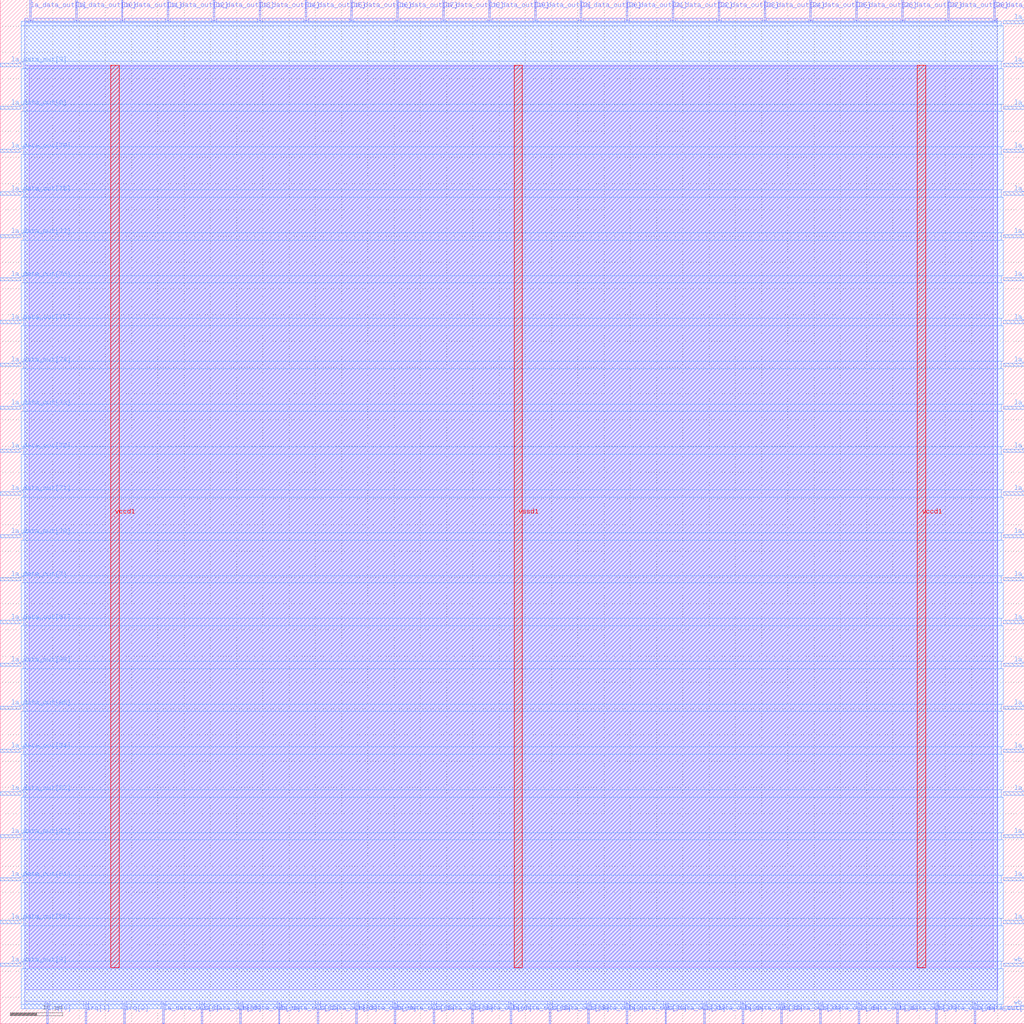
<source format=lef>
VERSION 5.7 ;
  NOWIREEXTENSIONATPIN ON ;
  DIVIDERCHAR "/" ;
  BUSBITCHARS "[]" ;
MACRO unused_tie
  CLASS BLOCK ;
  FOREIGN unused_tie ;
  ORIGIN 0.000 0.000 ;
  SIZE 195.000 BY 195.000 ;
  PIN irq[0]
    DIRECTION OUTPUT TRISTATE ;
    USE SIGNAL ;
    PORT
      LAYER met2 ;
        RECT 8.830 0.000 9.110 4.000 ;
    END
  END irq[0]
  PIN irq[1]
    DIRECTION OUTPUT TRISTATE ;
    USE SIGNAL ;
    PORT
      LAYER met2 ;
        RECT 16.190 0.000 16.470 4.000 ;
    END
  END irq[1]
  PIN irq[2]
    DIRECTION OUTPUT TRISTATE ;
    USE SIGNAL ;
    PORT
      LAYER met2 ;
        RECT 23.550 0.000 23.830 4.000 ;
    END
  END irq[2]
  PIN la_data_out[0]
    DIRECTION OUTPUT TRISTATE ;
    USE SIGNAL ;
    ANTENNADIFFAREA 2.673000 ;
    PORT
      LAYER met3 ;
        RECT 0.000 174.120 4.000 174.720 ;
    END
  END la_data_out[0]
  PIN la_data_out[10]
    DIRECTION OUTPUT TRISTATE ;
    USE SIGNAL ;
    ANTENNADIFFAREA 2.673000 ;
    PORT
      LAYER met2 ;
        RECT 14.350 191.000 14.630 195.000 ;
    END
  END la_data_out[10]
  PIN la_data_out[11]
    DIRECTION OUTPUT TRISTATE ;
    USE SIGNAL ;
    ANTENNADIFFAREA 2.673000 ;
    PORT
      LAYER met2 ;
        RECT 23.090 191.000 23.370 195.000 ;
    END
  END la_data_out[11]
  PIN la_data_out[12]
    DIRECTION OUTPUT TRISTATE ;
    USE SIGNAL ;
    ANTENNADIFFAREA 2.673000 ;
    PORT
      LAYER met2 ;
        RECT 31.830 191.000 32.110 195.000 ;
    END
  END la_data_out[12]
  PIN la_data_out[13]
    DIRECTION OUTPUT TRISTATE ;
    USE SIGNAL ;
    ANTENNADIFFAREA 2.673000 ;
    PORT
      LAYER met2 ;
        RECT 40.570 191.000 40.850 195.000 ;
    END
  END la_data_out[13]
  PIN la_data_out[14]
    DIRECTION OUTPUT TRISTATE ;
    USE SIGNAL ;
    ANTENNADIFFAREA 2.673000 ;
    PORT
      LAYER met2 ;
        RECT 49.310 191.000 49.590 195.000 ;
    END
  END la_data_out[14]
  PIN la_data_out[15]
    DIRECTION OUTPUT TRISTATE ;
    USE SIGNAL ;
    ANTENNADIFFAREA 2.673000 ;
    PORT
      LAYER met2 ;
        RECT 58.050 191.000 58.330 195.000 ;
    END
  END la_data_out[15]
  PIN la_data_out[16]
    DIRECTION OUTPUT TRISTATE ;
    USE SIGNAL ;
    ANTENNADIFFAREA 2.673000 ;
    PORT
      LAYER met2 ;
        RECT 66.790 191.000 67.070 195.000 ;
    END
  END la_data_out[16]
  PIN la_data_out[17]
    DIRECTION OUTPUT TRISTATE ;
    USE SIGNAL ;
    ANTENNADIFFAREA 2.673000 ;
    PORT
      LAYER met2 ;
        RECT 75.530 191.000 75.810 195.000 ;
    END
  END la_data_out[17]
  PIN la_data_out[18]
    DIRECTION OUTPUT TRISTATE ;
    USE SIGNAL ;
    ANTENNADIFFAREA 2.673000 ;
    PORT
      LAYER met2 ;
        RECT 84.270 191.000 84.550 195.000 ;
    END
  END la_data_out[18]
  PIN la_data_out[19]
    DIRECTION OUTPUT TRISTATE ;
    USE SIGNAL ;
    ANTENNADIFFAREA 2.673000 ;
    PORT
      LAYER met2 ;
        RECT 93.010 191.000 93.290 195.000 ;
    END
  END la_data_out[19]
  PIN la_data_out[1]
    DIRECTION OUTPUT TRISTATE ;
    USE SIGNAL ;
    ANTENNADIFFAREA 2.673000 ;
    PORT
      LAYER met2 ;
        RECT 5.610 191.000 5.890 195.000 ;
    END
  END la_data_out[1]
  PIN la_data_out[20]
    DIRECTION OUTPUT TRISTATE ;
    USE SIGNAL ;
    ANTENNADIFFAREA 2.673000 ;
    PORT
      LAYER met2 ;
        RECT 110.490 191.000 110.770 195.000 ;
    END
  END la_data_out[20]
  PIN la_data_out[21]
    DIRECTION OUTPUT TRISTATE ;
    USE SIGNAL ;
    ANTENNADIFFAREA 2.673000 ;
    PORT
      LAYER met2 ;
        RECT 119.230 191.000 119.510 195.000 ;
    END
  END la_data_out[21]
  PIN la_data_out[22]
    DIRECTION OUTPUT TRISTATE ;
    USE SIGNAL ;
    ANTENNADIFFAREA 2.673000 ;
    PORT
      LAYER met2 ;
        RECT 127.970 191.000 128.250 195.000 ;
    END
  END la_data_out[22]
  PIN la_data_out[23]
    DIRECTION OUTPUT TRISTATE ;
    USE SIGNAL ;
    ANTENNADIFFAREA 2.673000 ;
    PORT
      LAYER met2 ;
        RECT 136.710 191.000 136.990 195.000 ;
    END
  END la_data_out[23]
  PIN la_data_out[24]
    DIRECTION OUTPUT TRISTATE ;
    USE SIGNAL ;
    ANTENNADIFFAREA 2.673000 ;
    PORT
      LAYER met2 ;
        RECT 145.450 191.000 145.730 195.000 ;
    END
  END la_data_out[24]
  PIN la_data_out[25]
    DIRECTION OUTPUT TRISTATE ;
    USE SIGNAL ;
    ANTENNADIFFAREA 2.673000 ;
    PORT
      LAYER met2 ;
        RECT 154.190 191.000 154.470 195.000 ;
    END
  END la_data_out[25]
  PIN la_data_out[26]
    DIRECTION OUTPUT TRISTATE ;
    USE SIGNAL ;
    ANTENNADIFFAREA 2.673000 ;
    PORT
      LAYER met2 ;
        RECT 162.930 191.000 163.210 195.000 ;
    END
  END la_data_out[26]
  PIN la_data_out[27]
    DIRECTION OUTPUT TRISTATE ;
    USE SIGNAL ;
    ANTENNADIFFAREA 2.673000 ;
    PORT
      LAYER met2 ;
        RECT 171.670 191.000 171.950 195.000 ;
    END
  END la_data_out[27]
  PIN la_data_out[28]
    DIRECTION OUTPUT TRISTATE ;
    USE SIGNAL ;
    ANTENNADIFFAREA 2.673000 ;
    PORT
      LAYER met2 ;
        RECT 180.410 191.000 180.690 195.000 ;
    END
  END la_data_out[28]
  PIN la_data_out[29]
    DIRECTION OUTPUT TRISTATE ;
    USE SIGNAL ;
    ANTENNADIFFAREA 2.673000 ;
    PORT
      LAYER met2 ;
        RECT 189.150 191.000 189.430 195.000 ;
    END
  END la_data_out[29]
  PIN la_data_out[2]
    DIRECTION OUTPUT TRISTATE ;
    USE SIGNAL ;
    ANTENNADIFFAREA 2.673000 ;
    PORT
      LAYER met2 ;
        RECT 101.750 191.000 102.030 195.000 ;
    END
  END la_data_out[2]
  PIN la_data_out[30]
    DIRECTION OUTPUT TRISTATE ;
    USE SIGNAL ;
    ANTENNADIFFAREA 2.673000 ;
    PORT
      LAYER met2 ;
        RECT 119.230 0.000 119.510 4.000 ;
    END
  END la_data_out[30]
  PIN la_data_out[31]
    DIRECTION OUTPUT TRISTATE ;
    USE SIGNAL ;
    ANTENNADIFFAREA 2.673000 ;
    PORT
      LAYER met2 ;
        RECT 126.590 0.000 126.870 4.000 ;
    END
  END la_data_out[31]
  PIN la_data_out[32]
    DIRECTION OUTPUT TRISTATE ;
    USE SIGNAL ;
    ANTENNADIFFAREA 2.673000 ;
    PORT
      LAYER met2 ;
        RECT 133.950 0.000 134.230 4.000 ;
    END
  END la_data_out[32]
  PIN la_data_out[33]
    DIRECTION OUTPUT TRISTATE ;
    USE SIGNAL ;
    ANTENNADIFFAREA 2.673000 ;
    PORT
      LAYER met2 ;
        RECT 141.310 0.000 141.590 4.000 ;
    END
  END la_data_out[33]
  PIN la_data_out[34]
    DIRECTION OUTPUT TRISTATE ;
    USE SIGNAL ;
    ANTENNADIFFAREA 2.673000 ;
    PORT
      LAYER met2 ;
        RECT 148.670 0.000 148.950 4.000 ;
    END
  END la_data_out[34]
  PIN la_data_out[35]
    DIRECTION OUTPUT TRISTATE ;
    USE SIGNAL ;
    ANTENNADIFFAREA 2.673000 ;
    PORT
      LAYER met2 ;
        RECT 156.030 0.000 156.310 4.000 ;
    END
  END la_data_out[35]
  PIN la_data_out[36]
    DIRECTION OUTPUT TRISTATE ;
    USE SIGNAL ;
    ANTENNADIFFAREA 2.673000 ;
    PORT
      LAYER met2 ;
        RECT 163.390 0.000 163.670 4.000 ;
    END
  END la_data_out[36]
  PIN la_data_out[37]
    DIRECTION OUTPUT TRISTATE ;
    USE SIGNAL ;
    ANTENNADIFFAREA 2.673000 ;
    PORT
      LAYER met2 ;
        RECT 170.750 0.000 171.030 4.000 ;
    END
  END la_data_out[37]
  PIN la_data_out[38]
    DIRECTION OUTPUT TRISTATE ;
    USE SIGNAL ;
    ANTENNADIFFAREA 2.673000 ;
    PORT
      LAYER met2 ;
        RECT 178.110 0.000 178.390 4.000 ;
    END
  END la_data_out[38]
  PIN la_data_out[39]
    DIRECTION OUTPUT TRISTATE ;
    USE SIGNAL ;
    ANTENNADIFFAREA 2.673000 ;
    PORT
      LAYER met2 ;
        RECT 185.470 0.000 185.750 4.000 ;
    END
  END la_data_out[39]
  PIN la_data_out[3]
    DIRECTION OUTPUT TRISTATE ;
    USE SIGNAL ;
    ANTENNADIFFAREA 2.673000 ;
    PORT
      LAYER met2 ;
        RECT 111.870 0.000 112.150 4.000 ;
    END
  END la_data_out[3]
  PIN la_data_out[40]
    DIRECTION OUTPUT TRISTATE ;
    USE SIGNAL ;
    ANTENNADIFFAREA 2.673000 ;
    PORT
      LAYER met3 ;
        RECT 191.000 27.240 195.000 27.840 ;
    END
  END la_data_out[40]
  PIN la_data_out[41]
    DIRECTION OUTPUT TRISTATE ;
    USE SIGNAL ;
    ANTENNADIFFAREA 2.673000 ;
    PORT
      LAYER met3 ;
        RECT 191.000 35.400 195.000 36.000 ;
    END
  END la_data_out[41]
  PIN la_data_out[42]
    DIRECTION OUTPUT TRISTATE ;
    USE SIGNAL ;
    ANTENNADIFFAREA 2.673000 ;
    PORT
      LAYER met3 ;
        RECT 191.000 43.560 195.000 44.160 ;
    END
  END la_data_out[42]
  PIN la_data_out[43]
    DIRECTION OUTPUT TRISTATE ;
    USE SIGNAL ;
    ANTENNADIFFAREA 2.673000 ;
    PORT
      LAYER met3 ;
        RECT 191.000 51.720 195.000 52.320 ;
    END
  END la_data_out[43]
  PIN la_data_out[44]
    DIRECTION OUTPUT TRISTATE ;
    USE SIGNAL ;
    ANTENNADIFFAREA 2.673000 ;
    PORT
      LAYER met3 ;
        RECT 191.000 59.880 195.000 60.480 ;
    END
  END la_data_out[44]
  PIN la_data_out[45]
    DIRECTION OUTPUT TRISTATE ;
    USE SIGNAL ;
    ANTENNADIFFAREA 2.673000 ;
    PORT
      LAYER met3 ;
        RECT 191.000 68.040 195.000 68.640 ;
    END
  END la_data_out[45]
  PIN la_data_out[46]
    DIRECTION OUTPUT TRISTATE ;
    USE SIGNAL ;
    ANTENNADIFFAREA 2.673000 ;
    PORT
      LAYER met3 ;
        RECT 191.000 76.200 195.000 76.800 ;
    END
  END la_data_out[46]
  PIN la_data_out[47]
    DIRECTION OUTPUT TRISTATE ;
    USE SIGNAL ;
    ANTENNADIFFAREA 2.673000 ;
    PORT
      LAYER met3 ;
        RECT 191.000 84.360 195.000 84.960 ;
    END
  END la_data_out[47]
  PIN la_data_out[48]
    DIRECTION OUTPUT TRISTATE ;
    USE SIGNAL ;
    ANTENNADIFFAREA 2.673000 ;
    PORT
      LAYER met3 ;
        RECT 191.000 92.520 195.000 93.120 ;
    END
  END la_data_out[48]
  PIN la_data_out[49]
    DIRECTION OUTPUT TRISTATE ;
    USE SIGNAL ;
    ANTENNADIFFAREA 2.673000 ;
    PORT
      LAYER met3 ;
        RECT 191.000 100.680 195.000 101.280 ;
    END
  END la_data_out[49]
  PIN la_data_out[4]
    DIRECTION OUTPUT TRISTATE ;
    USE SIGNAL ;
    ANTENNADIFFAREA 2.673000 ;
    PORT
      LAYER met3 ;
        RECT 191.000 19.080 195.000 19.680 ;
    END
  END la_data_out[4]
  PIN la_data_out[50]
    DIRECTION OUTPUT TRISTATE ;
    USE SIGNAL ;
    ANTENNADIFFAREA 2.673000 ;
    PORT
      LAYER met3 ;
        RECT 191.000 117.000 195.000 117.600 ;
    END
  END la_data_out[50]
  PIN la_data_out[51]
    DIRECTION OUTPUT TRISTATE ;
    USE SIGNAL ;
    ANTENNADIFFAREA 2.673000 ;
    PORT
      LAYER met3 ;
        RECT 191.000 125.160 195.000 125.760 ;
    END
  END la_data_out[51]
  PIN la_data_out[52]
    DIRECTION OUTPUT TRISTATE ;
    USE SIGNAL ;
    ANTENNADIFFAREA 2.673000 ;
    PORT
      LAYER met3 ;
        RECT 191.000 133.320 195.000 133.920 ;
    END
  END la_data_out[52]
  PIN la_data_out[53]
    DIRECTION OUTPUT TRISTATE ;
    USE SIGNAL ;
    ANTENNADIFFAREA 2.673000 ;
    PORT
      LAYER met3 ;
        RECT 191.000 141.480 195.000 142.080 ;
    END
  END la_data_out[53]
  PIN la_data_out[54]
    DIRECTION OUTPUT TRISTATE ;
    USE SIGNAL ;
    ANTENNADIFFAREA 2.673000 ;
    PORT
      LAYER met3 ;
        RECT 191.000 149.640 195.000 150.240 ;
    END
  END la_data_out[54]
  PIN la_data_out[55]
    DIRECTION OUTPUT TRISTATE ;
    USE SIGNAL ;
    ANTENNADIFFAREA 2.673000 ;
    PORT
      LAYER met3 ;
        RECT 191.000 157.800 195.000 158.400 ;
    END
  END la_data_out[55]
  PIN la_data_out[56]
    DIRECTION OUTPUT TRISTATE ;
    USE SIGNAL ;
    ANTENNADIFFAREA 2.673000 ;
    PORT
      LAYER met3 ;
        RECT 191.000 165.960 195.000 166.560 ;
    END
  END la_data_out[56]
  PIN la_data_out[57]
    DIRECTION OUTPUT TRISTATE ;
    USE SIGNAL ;
    ANTENNADIFFAREA 2.673000 ;
    PORT
      LAYER met3 ;
        RECT 191.000 174.120 195.000 174.720 ;
    END
  END la_data_out[57]
  PIN la_data_out[58]
    DIRECTION OUTPUT TRISTATE ;
    USE SIGNAL ;
    ANTENNADIFFAREA 2.673000 ;
    PORT
      LAYER met3 ;
        RECT 191.000 182.280 195.000 182.880 ;
    END
  END la_data_out[58]
  PIN la_data_out[59]
    DIRECTION OUTPUT TRISTATE ;
    USE SIGNAL ;
    ANTENNADIFFAREA 2.673000 ;
    PORT
      LAYER met3 ;
        RECT 191.000 190.440 195.000 191.040 ;
    END
  END la_data_out[59]
  PIN la_data_out[5]
    DIRECTION OUTPUT TRISTATE ;
    USE SIGNAL ;
    ANTENNADIFFAREA 2.673000 ;
    PORT
      LAYER met3 ;
        RECT 191.000 108.840 195.000 109.440 ;
    END
  END la_data_out[5]
  PIN la_data_out[60]
    DIRECTION OUTPUT TRISTATE ;
    USE SIGNAL ;
    ANTENNADIFFAREA 2.673000 ;
    PORT
      LAYER met2 ;
        RECT 38.270 0.000 38.550 4.000 ;
    END
  END la_data_out[60]
  PIN la_data_out[61]
    DIRECTION OUTPUT TRISTATE ;
    USE SIGNAL ;
    ANTENNADIFFAREA 2.673000 ;
    PORT
      LAYER met2 ;
        RECT 45.630 0.000 45.910 4.000 ;
    END
  END la_data_out[61]
  PIN la_data_out[62]
    DIRECTION OUTPUT TRISTATE ;
    USE SIGNAL ;
    ANTENNADIFFAREA 2.673000 ;
    PORT
      LAYER met2 ;
        RECT 52.990 0.000 53.270 4.000 ;
    END
  END la_data_out[62]
  PIN la_data_out[63]
    DIRECTION OUTPUT TRISTATE ;
    USE SIGNAL ;
    ANTENNADIFFAREA 2.673000 ;
    PORT
      LAYER met2 ;
        RECT 60.350 0.000 60.630 4.000 ;
    END
  END la_data_out[63]
  PIN la_data_out[64]
    DIRECTION OUTPUT TRISTATE ;
    USE SIGNAL ;
    ANTENNADIFFAREA 2.673000 ;
    PORT
      LAYER met2 ;
        RECT 67.710 0.000 67.990 4.000 ;
    END
  END la_data_out[64]
  PIN la_data_out[65]
    DIRECTION OUTPUT TRISTATE ;
    USE SIGNAL ;
    ANTENNADIFFAREA 2.673000 ;
    PORT
      LAYER met2 ;
        RECT 75.070 0.000 75.350 4.000 ;
    END
  END la_data_out[65]
  PIN la_data_out[66]
    DIRECTION OUTPUT TRISTATE ;
    USE SIGNAL ;
    ANTENNADIFFAREA 2.673000 ;
    PORT
      LAYER met2 ;
        RECT 82.430 0.000 82.710 4.000 ;
    END
  END la_data_out[66]
  PIN la_data_out[67]
    DIRECTION OUTPUT TRISTATE ;
    USE SIGNAL ;
    ANTENNADIFFAREA 2.673000 ;
    PORT
      LAYER met2 ;
        RECT 89.790 0.000 90.070 4.000 ;
    END
  END la_data_out[67]
  PIN la_data_out[68]
    DIRECTION OUTPUT TRISTATE ;
    USE SIGNAL ;
    ANTENNADIFFAREA 2.673000 ;
    PORT
      LAYER met2 ;
        RECT 97.150 0.000 97.430 4.000 ;
    END
  END la_data_out[68]
  PIN la_data_out[69]
    DIRECTION OUTPUT TRISTATE ;
    USE SIGNAL ;
    ANTENNADIFFAREA 2.673000 ;
    PORT
      LAYER met2 ;
        RECT 104.510 0.000 104.790 4.000 ;
    END
  END la_data_out[69]
  PIN la_data_out[6]
    DIRECTION OUTPUT TRISTATE ;
    USE SIGNAL ;
    ANTENNADIFFAREA 2.673000 ;
    PORT
      LAYER met2 ;
        RECT 30.910 0.000 31.190 4.000 ;
    END
  END la_data_out[6]
  PIN la_data_out[70]
    DIRECTION OUTPUT TRISTATE ;
    USE SIGNAL ;
    ANTENNADIFFAREA 2.673000 ;
    PORT
      LAYER met3 ;
        RECT 0.000 92.520 4.000 93.120 ;
    END
  END la_data_out[70]
  PIN la_data_out[71]
    DIRECTION OUTPUT TRISTATE ;
    USE SIGNAL ;
    ANTENNADIFFAREA 2.673000 ;
    PORT
      LAYER met3 ;
        RECT 0.000 100.680 4.000 101.280 ;
    END
  END la_data_out[71]
  PIN la_data_out[72]
    DIRECTION OUTPUT TRISTATE ;
    USE SIGNAL ;
    ANTENNADIFFAREA 2.673000 ;
    PORT
      LAYER met3 ;
        RECT 0.000 108.840 4.000 109.440 ;
    END
  END la_data_out[72]
  PIN la_data_out[73]
    DIRECTION OUTPUT TRISTATE ;
    USE SIGNAL ;
    ANTENNADIFFAREA 2.673000 ;
    PORT
      LAYER met3 ;
        RECT 0.000 117.000 4.000 117.600 ;
    END
  END la_data_out[73]
  PIN la_data_out[74]
    DIRECTION OUTPUT TRISTATE ;
    USE SIGNAL ;
    ANTENNADIFFAREA 2.673000 ;
    PORT
      LAYER met3 ;
        RECT 0.000 125.160 4.000 125.760 ;
    END
  END la_data_out[74]
  PIN la_data_out[75]
    DIRECTION OUTPUT TRISTATE ;
    USE SIGNAL ;
    ANTENNADIFFAREA 2.673000 ;
    PORT
      LAYER met3 ;
        RECT 0.000 133.320 4.000 133.920 ;
    END
  END la_data_out[75]
  PIN la_data_out[76]
    DIRECTION OUTPUT TRISTATE ;
    USE SIGNAL ;
    ANTENNADIFFAREA 2.673000 ;
    PORT
      LAYER met3 ;
        RECT 0.000 141.480 4.000 142.080 ;
    END
  END la_data_out[76]
  PIN la_data_out[77]
    DIRECTION OUTPUT TRISTATE ;
    USE SIGNAL ;
    ANTENNADIFFAREA 2.673000 ;
    PORT
      LAYER met3 ;
        RECT 0.000 149.640 4.000 150.240 ;
    END
  END la_data_out[77]
  PIN la_data_out[78]
    DIRECTION OUTPUT TRISTATE ;
    USE SIGNAL ;
    ANTENNADIFFAREA 2.673000 ;
    PORT
      LAYER met3 ;
        RECT 0.000 157.800 4.000 158.400 ;
    END
  END la_data_out[78]
  PIN la_data_out[79]
    DIRECTION OUTPUT TRISTATE ;
    USE SIGNAL ;
    ANTENNADIFFAREA 2.673000 ;
    PORT
      LAYER met3 ;
        RECT 0.000 165.960 4.000 166.560 ;
    END
  END la_data_out[79]
  PIN la_data_out[7]
    DIRECTION OUTPUT TRISTATE ;
    USE SIGNAL ;
    ANTENNADIFFAREA 2.673000 ;
    PORT
      LAYER met3 ;
        RECT 0.000 84.360 4.000 84.960 ;
    END
  END la_data_out[7]
  PIN la_data_out[80]
    DIRECTION OUTPUT TRISTATE ;
    USE SIGNAL ;
    ANTENNADIFFAREA 2.673000 ;
    PORT
      LAYER met3 ;
        RECT 0.000 19.080 4.000 19.680 ;
    END
  END la_data_out[80]
  PIN la_data_out[81]
    DIRECTION OUTPUT TRISTATE ;
    USE SIGNAL ;
    ANTENNADIFFAREA 2.673000 ;
    PORT
      LAYER met3 ;
        RECT 0.000 27.240 4.000 27.840 ;
    END
  END la_data_out[81]
  PIN la_data_out[82]
    DIRECTION OUTPUT TRISTATE ;
    USE SIGNAL ;
    ANTENNADIFFAREA 2.673000 ;
    PORT
      LAYER met3 ;
        RECT 0.000 35.400 4.000 36.000 ;
    END
  END la_data_out[82]
  PIN la_data_out[83]
    DIRECTION OUTPUT TRISTATE ;
    USE SIGNAL ;
    ANTENNADIFFAREA 2.673000 ;
    PORT
      LAYER met3 ;
        RECT 0.000 43.560 4.000 44.160 ;
    END
  END la_data_out[83]
  PIN la_data_out[84]
    DIRECTION OUTPUT TRISTATE ;
    USE SIGNAL ;
    ANTENNADIFFAREA 2.673000 ;
    PORT
      LAYER met3 ;
        RECT 0.000 51.720 4.000 52.320 ;
    END
  END la_data_out[84]
  PIN la_data_out[85]
    DIRECTION OUTPUT TRISTATE ;
    USE SIGNAL ;
    ANTENNADIFFAREA 2.673000 ;
    PORT
      LAYER met3 ;
        RECT 0.000 59.880 4.000 60.480 ;
    END
  END la_data_out[85]
  PIN la_data_out[86]
    DIRECTION OUTPUT TRISTATE ;
    USE SIGNAL ;
    ANTENNADIFFAREA 2.673000 ;
    PORT
      LAYER met3 ;
        RECT 0.000 68.040 4.000 68.640 ;
    END
  END la_data_out[86]
  PIN la_data_out[87]
    DIRECTION OUTPUT TRISTATE ;
    USE SIGNAL ;
    ANTENNADIFFAREA 2.673000 ;
    PORT
      LAYER met3 ;
        RECT 0.000 76.200 4.000 76.800 ;
    END
  END la_data_out[87]
  PIN la_data_out[8]
    DIRECTION OUTPUT TRISTATE ;
    USE SIGNAL ;
    ANTENNADIFFAREA 2.673000 ;
    PORT
      LAYER met3 ;
        RECT 0.000 10.920 4.000 11.520 ;
    END
  END la_data_out[8]
  PIN la_data_out[9]
    DIRECTION OUTPUT TRISTATE ;
    USE SIGNAL ;
    ANTENNADIFFAREA 2.673000 ;
    PORT
      LAYER met3 ;
        RECT 0.000 182.280 4.000 182.880 ;
    END
  END la_data_out[9]
  PIN vccd1
    DIRECTION INOUT ;
    USE POWER ;
    PORT
      LAYER met4 ;
        RECT 21.040 10.640 22.640 182.480 ;
    END
    PORT
      LAYER met4 ;
        RECT 174.640 10.640 176.240 182.480 ;
    END
  END vccd1
  PIN vssd1
    DIRECTION INOUT ;
    USE GROUND ;
    PORT
      LAYER met4 ;
        RECT 97.840 10.640 99.440 182.480 ;
    END
  END vssd1
  PIN wb_clk_i
    DIRECTION INPUT ;
    USE SIGNAL ;
    ANTENNAGATEAREA 0.852000 ;
    PORT
      LAYER met3 ;
        RECT 191.000 2.760 195.000 3.360 ;
    END
  END wb_clk_i
  PIN wb_rst_i
    DIRECTION INPUT ;
    USE SIGNAL ;
    ANTENNAGATEAREA 0.196500 ;
    PORT
      LAYER met3 ;
        RECT 191.000 10.920 195.000 11.520 ;
    END
  END wb_rst_i
  OBS
      LAYER li1 ;
        RECT 5.520 10.795 189.060 182.325 ;
      LAYER met1 ;
        RECT 4.670 6.500 189.910 182.480 ;
      LAYER met2 ;
        RECT 4.690 190.720 5.330 191.490 ;
        RECT 6.170 190.720 14.070 191.490 ;
        RECT 14.910 190.720 22.810 191.490 ;
        RECT 23.650 190.720 31.550 191.490 ;
        RECT 32.390 190.720 40.290 191.490 ;
        RECT 41.130 190.720 49.030 191.490 ;
        RECT 49.870 190.720 57.770 191.490 ;
        RECT 58.610 190.720 66.510 191.490 ;
        RECT 67.350 190.720 75.250 191.490 ;
        RECT 76.090 190.720 83.990 191.490 ;
        RECT 84.830 190.720 92.730 191.490 ;
        RECT 93.570 190.720 101.470 191.490 ;
        RECT 102.310 190.720 110.210 191.490 ;
        RECT 111.050 190.720 118.950 191.490 ;
        RECT 119.790 190.720 127.690 191.490 ;
        RECT 128.530 190.720 136.430 191.490 ;
        RECT 137.270 190.720 145.170 191.490 ;
        RECT 146.010 190.720 153.910 191.490 ;
        RECT 154.750 190.720 162.650 191.490 ;
        RECT 163.490 190.720 171.390 191.490 ;
        RECT 172.230 190.720 180.130 191.490 ;
        RECT 180.970 190.720 188.870 191.490 ;
        RECT 189.710 190.720 189.890 191.490 ;
        RECT 4.690 4.280 189.890 190.720 ;
        RECT 4.690 2.875 8.550 4.280 ;
        RECT 9.390 2.875 15.910 4.280 ;
        RECT 16.750 2.875 23.270 4.280 ;
        RECT 24.110 2.875 30.630 4.280 ;
        RECT 31.470 2.875 37.990 4.280 ;
        RECT 38.830 2.875 45.350 4.280 ;
        RECT 46.190 2.875 52.710 4.280 ;
        RECT 53.550 2.875 60.070 4.280 ;
        RECT 60.910 2.875 67.430 4.280 ;
        RECT 68.270 2.875 74.790 4.280 ;
        RECT 75.630 2.875 82.150 4.280 ;
        RECT 82.990 2.875 89.510 4.280 ;
        RECT 90.350 2.875 96.870 4.280 ;
        RECT 97.710 2.875 104.230 4.280 ;
        RECT 105.070 2.875 111.590 4.280 ;
        RECT 112.430 2.875 118.950 4.280 ;
        RECT 119.790 2.875 126.310 4.280 ;
        RECT 127.150 2.875 133.670 4.280 ;
        RECT 134.510 2.875 141.030 4.280 ;
        RECT 141.870 2.875 148.390 4.280 ;
        RECT 149.230 2.875 155.750 4.280 ;
        RECT 156.590 2.875 163.110 4.280 ;
        RECT 163.950 2.875 170.470 4.280 ;
        RECT 171.310 2.875 177.830 4.280 ;
        RECT 178.670 2.875 185.190 4.280 ;
        RECT 186.030 2.875 189.890 4.280 ;
      LAYER met3 ;
        RECT 3.990 190.040 190.600 190.905 ;
        RECT 3.990 183.280 191.000 190.040 ;
        RECT 4.400 181.880 190.600 183.280 ;
        RECT 3.990 175.120 191.000 181.880 ;
        RECT 4.400 173.720 190.600 175.120 ;
        RECT 3.990 166.960 191.000 173.720 ;
        RECT 4.400 165.560 190.600 166.960 ;
        RECT 3.990 158.800 191.000 165.560 ;
        RECT 4.400 157.400 190.600 158.800 ;
        RECT 3.990 150.640 191.000 157.400 ;
        RECT 4.400 149.240 190.600 150.640 ;
        RECT 3.990 142.480 191.000 149.240 ;
        RECT 4.400 141.080 190.600 142.480 ;
        RECT 3.990 134.320 191.000 141.080 ;
        RECT 4.400 132.920 190.600 134.320 ;
        RECT 3.990 126.160 191.000 132.920 ;
        RECT 4.400 124.760 190.600 126.160 ;
        RECT 3.990 118.000 191.000 124.760 ;
        RECT 4.400 116.600 190.600 118.000 ;
        RECT 3.990 109.840 191.000 116.600 ;
        RECT 4.400 108.440 190.600 109.840 ;
        RECT 3.990 101.680 191.000 108.440 ;
        RECT 4.400 100.280 190.600 101.680 ;
        RECT 3.990 93.520 191.000 100.280 ;
        RECT 4.400 92.120 190.600 93.520 ;
        RECT 3.990 85.360 191.000 92.120 ;
        RECT 4.400 83.960 190.600 85.360 ;
        RECT 3.990 77.200 191.000 83.960 ;
        RECT 4.400 75.800 190.600 77.200 ;
        RECT 3.990 69.040 191.000 75.800 ;
        RECT 4.400 67.640 190.600 69.040 ;
        RECT 3.990 60.880 191.000 67.640 ;
        RECT 4.400 59.480 190.600 60.880 ;
        RECT 3.990 52.720 191.000 59.480 ;
        RECT 4.400 51.320 190.600 52.720 ;
        RECT 3.990 44.560 191.000 51.320 ;
        RECT 4.400 43.160 190.600 44.560 ;
        RECT 3.990 36.400 191.000 43.160 ;
        RECT 4.400 35.000 190.600 36.400 ;
        RECT 3.990 28.240 191.000 35.000 ;
        RECT 4.400 26.840 190.600 28.240 ;
        RECT 3.990 20.080 191.000 26.840 ;
        RECT 4.400 18.680 190.600 20.080 ;
        RECT 3.990 11.920 191.000 18.680 ;
        RECT 4.400 10.520 190.600 11.920 ;
        RECT 3.990 3.760 191.000 10.520 ;
        RECT 3.990 2.895 190.600 3.760 ;
  END
END unused_tie
END LIBRARY


</source>
